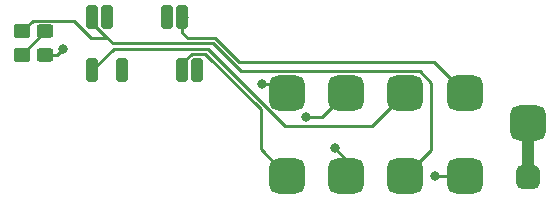
<source format=gbr>
%TF.GenerationSoftware,KiCad,Pcbnew,(6.0.1)*%
%TF.CreationDate,2022-02-21T19:23:01-07:00*%
%TF.ProjectId,MShaw_4gbNandExtensionQSB_V2,4d536861-775f-4346-9762-4e616e644578,rev?*%
%TF.SameCoordinates,Original*%
%TF.FileFunction,Copper,L1,Top*%
%TF.FilePolarity,Positive*%
%FSLAX46Y46*%
G04 Gerber Fmt 4.6, Leading zero omitted, Abs format (unit mm)*
G04 Created by KiCad (PCBNEW (6.0.1)) date 2022-02-21 19:23:01*
%MOMM*%
%LPD*%
G01*
G04 APERTURE LIST*
G04 Aperture macros list*
%AMRoundRect*
0 Rectangle with rounded corners*
0 $1 Rounding radius*
0 $2 $3 $4 $5 $6 $7 $8 $9 X,Y pos of 4 corners*
0 Add a 4 corners polygon primitive as box body*
4,1,4,$2,$3,$4,$5,$6,$7,$8,$9,$2,$3,0*
0 Add four circle primitives for the rounded corners*
1,1,$1+$1,$2,$3*
1,1,$1+$1,$4,$5*
1,1,$1+$1,$6,$7*
1,1,$1+$1,$8,$9*
0 Add four rect primitives between the rounded corners*
20,1,$1+$1,$2,$3,$4,$5,0*
20,1,$1+$1,$4,$5,$6,$7,0*
20,1,$1+$1,$6,$7,$8,$9,0*
20,1,$1+$1,$8,$9,$2,$3,0*%
G04 Aperture macros list end*
%TA.AperFunction,SMDPad,CuDef*%
%ADD10RoundRect,0.750000X0.750000X-0.750000X0.750000X0.750000X-0.750000X0.750000X-0.750000X-0.750000X0*%
%TD*%
%TA.AperFunction,ComponentPad*%
%ADD11RoundRect,0.250000X0.250000X-0.750000X0.250000X0.750000X-0.250000X0.750000X-0.250000X-0.750000X0*%
%TD*%
%TA.AperFunction,SMDPad,CuDef*%
%ADD12RoundRect,0.750000X-0.750000X-0.750000X0.750000X-0.750000X0.750000X0.750000X-0.750000X0.750000X0*%
%TD*%
%TA.AperFunction,SMDPad,CuDef*%
%ADD13RoundRect,0.500000X-0.500000X-0.500000X0.500000X-0.500000X0.500000X0.500000X-0.500000X0.500000X0*%
%TD*%
%TA.AperFunction,SMDPad,CuDef*%
%ADD14RoundRect,0.250000X0.450000X-0.350000X0.450000X0.350000X-0.450000X0.350000X-0.450000X-0.350000X0*%
%TD*%
%TA.AperFunction,SMDPad,CuDef*%
%ADD15RoundRect,0.250000X0.450000X-0.325000X0.450000X0.325000X-0.450000X0.325000X-0.450000X-0.325000X0*%
%TD*%
%TA.AperFunction,ViaPad*%
%ADD16C,0.800000*%
%TD*%
%TA.AperFunction,Conductor*%
%ADD17C,0.250000*%
%TD*%
%TA.AperFunction,Conductor*%
%ADD18C,1.000000*%
%TD*%
G04 APERTURE END LIST*
D10*
%TO.P,J4,1,Pin_1*%
%TO.N,Net-(J1-Pad7)*%
X106560000Y-74330000D03*
%TO.P,J4,2,Pin_2*%
%TO.N,Net-(J2-Pad2)*%
X106560000Y-67330000D03*
%TO.P,J4,3,Pin_3*%
%TO.N,Net-(J2-Pad3)*%
X111560000Y-74330000D03*
%TO.P,J4,4,Pin_4*%
%TO.N,Net-(D1-Pad1)*%
X111560000Y-67330000D03*
%TO.P,J4,5,Pin_5*%
%TO.N,Net-(J2-Pad5)*%
X116560000Y-74330000D03*
%TO.P,J4,6,Pin_6*%
%TO.N,Net-(J1-Pad1)*%
X116560000Y-67330000D03*
%TO.P,J4,7,Pin_7*%
%TO.N,Net-(J1-Pad8)*%
X121560000Y-74330000D03*
%TO.P,J4,8,Pin_8*%
%TO.N,Net-(J2-Pad8)*%
X121560000Y-67330000D03*
%TD*%
D11*
%TO.P,J3,1,Pin_1*%
%TO.N,Net-(J2-Pad5)*%
X90060000Y-60880000D03*
%TO.P,J3,2,Pin_2*%
%TO.N,Net-(J2-Pad3)*%
X91330000Y-60880000D03*
%TO.P,J3,6,Pin_6*%
%TO.N,Net-(J2-Pad2)*%
X96410000Y-60880000D03*
%TO.P,J3,7,Pin_7*%
%TO.N,Net-(J2-Pad8)*%
X97680000Y-60880000D03*
%TD*%
D12*
%TO.P,J5,1,Pin_1*%
%TO.N,Net-(J5-Pad1)*%
X126960000Y-69880000D03*
D13*
%TO.P,J5,2,Pin_2*%
X126960000Y-74420000D03*
%TD*%
D14*
%TO.P,R1,1*%
%TO.N,Net-(D1-Pad2)*%
X84060000Y-64130000D03*
%TO.P,R1,2*%
%TO.N,Net-(J2-Pad5)*%
X84060000Y-62130000D03*
%TD*%
D15*
%TO.P,D1,1,K*%
%TO.N,Net-(D1-Pad1)*%
X86060000Y-64155000D03*
%TO.P,D1,2,A*%
%TO.N,Net-(D1-Pad2)*%
X86060000Y-62105000D03*
%TD*%
D11*
%TO.P,J1,1,Pin_1*%
%TO.N,Net-(J1-Pad1)*%
X90060000Y-65380000D03*
%TO.P,J1,3,Pin_3*%
%TO.N,Net-(D1-Pad1)*%
X92600000Y-65380000D03*
%TO.P,J1,7,Pin_7*%
%TO.N,Net-(J1-Pad7)*%
X97680000Y-65380000D03*
%TO.P,J1,8,Pin_8*%
%TO.N,Net-(J1-Pad8)*%
X98950000Y-65380000D03*
%TD*%
D16*
%TO.N,Net-(D1-Pad1)*%
X87560000Y-63630000D03*
X108100000Y-69400000D03*
%TO.N,Net-(J2-Pad2)*%
X104433017Y-66606983D03*
%TO.N,Net-(J2-Pad3)*%
X110560000Y-72030000D03*
%TO.N,Net-(J1-Pad8)*%
X119060000Y-74330000D03*
%TD*%
D17*
%TO.N,Net-(J2-Pad5)*%
X90060000Y-61422493D02*
X91329427Y-62691920D01*
X91329427Y-62691920D02*
X89970960Y-62691920D01*
X117755080Y-65505480D02*
X102621198Y-65505480D01*
X118760000Y-72130000D02*
X118760000Y-66510400D01*
X102621198Y-65505480D02*
X100257158Y-63141440D01*
X100257158Y-63141440D02*
X91778947Y-63141440D01*
X118760000Y-66510400D02*
X117755080Y-65505480D01*
X91778947Y-63141440D02*
X91329427Y-62691920D01*
X84984520Y-61205480D02*
X88484520Y-61205480D01*
X90060000Y-60880000D02*
X90060000Y-61422493D01*
X84060000Y-62130000D02*
X84984520Y-61205480D01*
X116560000Y-74330000D02*
X118760000Y-72130000D01*
X89970960Y-62691920D02*
X88484520Y-61205480D01*
X90060000Y-61005020D02*
X89934980Y-61005020D01*
%TO.N,Net-(D1-Pad1)*%
X87035000Y-64155000D02*
X87560000Y-63630000D01*
X109490000Y-69400000D02*
X108100000Y-69400000D01*
X86060000Y-64155000D02*
X87035000Y-64155000D01*
X111560000Y-67330000D02*
X109490000Y-69400000D01*
%TO.N,Net-(J2-Pad8)*%
X102456436Y-64705000D02*
X118935000Y-64705000D01*
X97680000Y-62250000D02*
X98121920Y-62691920D01*
X97680000Y-60880000D02*
X97680000Y-62250000D01*
X97680000Y-60880000D02*
X98060000Y-60880000D01*
X100443356Y-62691920D02*
X102456436Y-64705000D01*
X97805000Y-60755000D02*
X97680000Y-60880000D01*
X118935000Y-64705000D02*
X121560000Y-67330000D01*
X98121920Y-62691920D02*
X100443356Y-62691920D01*
%TO.N,Net-(J1-Pad7)*%
X104310000Y-72080000D02*
X104310000Y-68730000D01*
X98477027Y-64040480D02*
X99620480Y-64040480D01*
X97680000Y-64837507D02*
X98477027Y-64040480D01*
X106560000Y-74330000D02*
X104310000Y-72080000D01*
X97680000Y-65380000D02*
X97680000Y-64837507D01*
X104310000Y-68730000D02*
X99620480Y-64040480D01*
%TO.N,Net-(J2-Pad2)*%
X105836983Y-66606983D02*
X106560000Y-67330000D01*
X96410000Y-60880000D02*
X96410000Y-61422493D01*
X104433017Y-66606983D02*
X105836983Y-66606983D01*
%TO.N,Net-(J2-Pad3)*%
X111560000Y-73030000D02*
X111560000Y-74330000D01*
X110560000Y-72030000D02*
X111560000Y-73030000D01*
%TO.N,Net-(J1-Pad8)*%
X98950000Y-64490000D02*
X98950000Y-65380000D01*
X98950000Y-65115000D02*
X98950000Y-65254980D01*
X119060000Y-74330000D02*
X121560000Y-74330000D01*
%TO.N,Net-(J1-Pad1)*%
X106350000Y-70150000D02*
X113740000Y-70150000D01*
X104759520Y-68549120D02*
X105527210Y-69316810D01*
X105527210Y-69327210D02*
X106350000Y-70150000D01*
X103995718Y-67780000D02*
X104010000Y-67780000D01*
X104010000Y-67780000D02*
X104759520Y-68529520D01*
X99806678Y-63590960D02*
X103995718Y-67780000D01*
X105527210Y-69316810D02*
X105527210Y-69327210D01*
X91849040Y-63590960D02*
X99806678Y-63590960D01*
X90060000Y-65380000D02*
X91849040Y-63590960D01*
X113740000Y-70150000D02*
X116560000Y-67330000D01*
X104759520Y-68529520D02*
X104759520Y-68549120D01*
%TO.N,Net-(D1-Pad2)*%
X86060000Y-62130000D02*
X84060000Y-64130000D01*
X86060000Y-62105000D02*
X86060000Y-62130000D01*
D18*
%TO.N,Net-(J5-Pad1)*%
X126960000Y-69880000D02*
X126960000Y-74420000D01*
%TD*%
M02*

</source>
